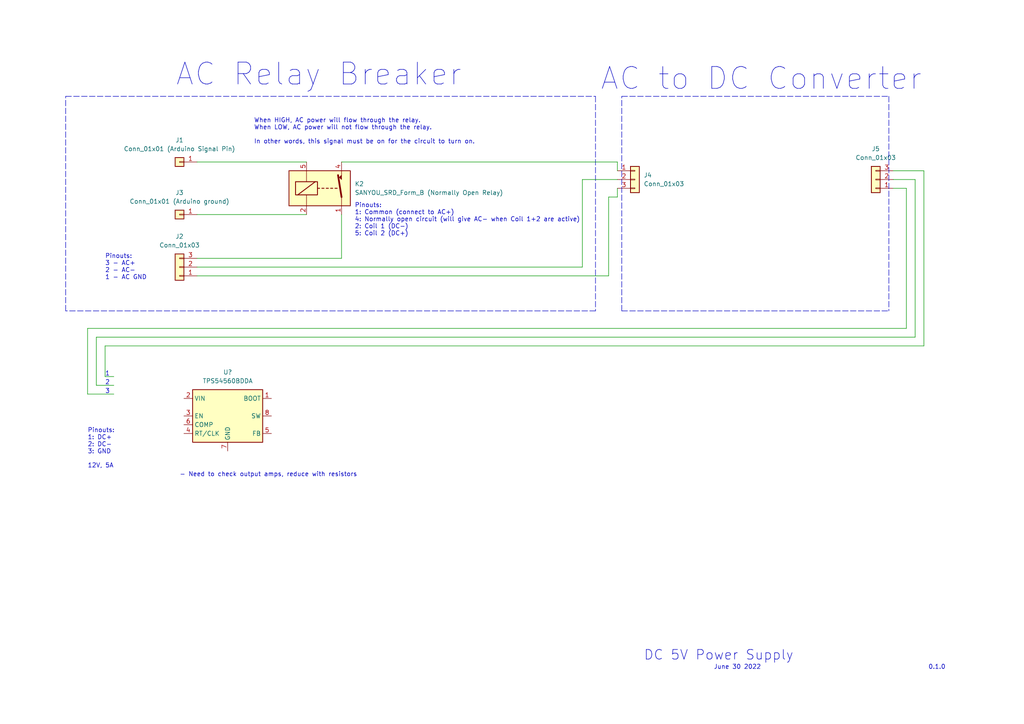
<source format=kicad_sch>
(kicad_sch (version 20211123) (generator eeschema)
  (paper "A4")
  (lib_symbols
    (symbol "Connector_Generic:Conn_01x01" (pin_names (offset 1.016) hide)
      (property "Reference" "J" (at 0 2.54 0))
      (property "Value" "Conn_01x01" (at 0 -2.54 0))
      (symbol "Conn_01x01_1_1"
        (rectangle (start -1.27 0.127) (end 0 -0.127) (stroke (width 0.1524)))
        (rectangle (start -1.27 1.27) (end 1.27 -1.27) (stroke (width 0.254)) (fill (type background)))
        (pin passive line (at -5.08 0 0) (length 3.81) (name "Pin_1") (number "1"))
      )
    )
    (symbol "Connector_Generic:Conn_01x03" (pin_names (offset 1.016) hide)
      (property "Reference" "J" (at 0 5.08 0))
      (property "Value" "Conn_01x03" (at 0 -5.08 0))
      (symbol "Conn_01x03_1_1"
        (rectangle (start -1.27 -2.413) (end 0 -2.667) (stroke (width 0.1524)))
        (rectangle (start -1.27 0.127) (end 0 -0.127) (stroke (width 0.1524)))
        (rectangle (start -1.27 2.667) (end 0 2.413) (stroke (width 0.1524)))
        (rectangle (start -1.27 3.81) (end 1.27 -3.81) (stroke (width 0.254)) (fill (type background)))
        (pin passive line (at -5.08 2.54 0) (length 3.81) (name "Pin_1") (number "1"))
        (pin passive line (at -5.08 0 0) (length 3.81) (name "Pin_2") (number "2"))
        (pin passive line (at -5.08 -2.54 0) (length 3.81) (name "Pin_3") (number "3"))
      )
    )
    (symbol "Regulator_Switching:TPS54560BDDA"
      (property "Reference" "U" (at -6.35 8.89 0))
      (property "Value" "TPS54560BDDA" (at 10.16 8.89 0))
      (symbol "TPS54560BDDA_0_1"
        (rectangle (start -10.16 7.62) (end 10.16 -7.62) (stroke (width 0.254)) (fill (type background)))
      )
      (symbol "TPS54560BDDA_1_1"
        (pin passive line (at 12.7 5.08 180) (length 2.54) (name "BOOT") (number "1"))
        (pin power_in line (at -12.7 5.08 0) (length 2.54) (name "VIN") (number "2"))
        (pin input line (at -12.7 0 0) (length 2.54) (name "EN") (number "3"))
        (pin passive line (at -12.7 -5.08 0) (length 2.54) (name "RT/CLK") (number "4"))
        (pin input line (at 12.7 -5.08 180) (length 2.54) (name "FB") (number "5"))
        (pin output line (at -12.7 -2.54 0) (length 2.54) (name "COMP") (number "6"))
        (pin power_in line (at 0 -10.16 90) (length 2.54) (name "GND") (number "7"))
        (pin power_out line (at 12.7 0 180) (length 2.54) (name "SW") (number "8"))
        (pin passive line (at 0 -10.16 90) (length 2.54) hide (name "GND") (number "9"))
      )
    )
    (symbol "Relay:SANYOU_SRD_Form_B"
      (property "Reference" "K" (at 8.89 3.81 0))
      (property "Value" "SANYOU_SRD_Form_B" (at 8.89 1.27 0))
      (symbol "SANYOU_SRD_Form_B_0_1"
        (rectangle (start -10.16 5.08) (end 7.62 -5.08) (stroke (width 0.254)) (fill (type background)))
        (rectangle (start -8.255 1.905) (end -1.905 -1.905) (stroke (width 0.254)))
        (polyline (pts (xy -7.62 -1.905) (xy -2.54 1.905)) (stroke (width 0.254)))
        (polyline (pts (xy -5.08 -5.08) (xy -5.08 -1.905)))
        (polyline (pts (xy -5.08 5.08) (xy -5.08 1.905)))
        (polyline (pts (xy -1.905 0) (xy -1.27 0)) (stroke (width 0.254)))
        (polyline (pts (xy -0.635 0) (xy 0 0)) (stroke (width 0.254)))
        (polyline (pts (xy 0.635 0) (xy 1.27 0)) (stroke (width 0.254)))
        (polyline (pts (xy 1.905 0) (xy 2.54 0)) (stroke (width 0.254)))
        (polyline (pts (xy 3.175 0) (xy 3.81 0)) (stroke (width 0.254)))
        (polyline (pts (xy 5.08 -2.54) (xy 4.064 3.81)) (stroke (width 0.508)))
        (polyline (pts (xy 5.08 -2.54) (xy 5.08 -5.08)))
        (polyline (pts (xy 5.08 3.81) (xy 4.445 3.175) (xy 5.08 2.54) (xy 5.08 5.08)) (fill (type outline)))
      )
      (symbol "SANYOU_SRD_Form_B_1_1"
        (pin passive line (at 5.08 -7.62 90) (length 2.54) (name "~") (number "1"))
        (pin passive line (at -5.08 -7.62 90) (length 2.54) (name "~") (number "2"))
        (pin passive line (at 5.08 7.62 270) (length 2.54) (name "~") (number "4"))
        (pin passive line (at -5.08 7.62 270) (length 2.54) (name "~") (number "5"))
      )
    )
  )
  (wire (pts (xy 27.94 97.79) (xy 265.43 97.79)))
  (wire (pts (xy 25.4 95.25) (xy 262.89 95.25)))
  (wire (pts (xy 30.48 109.22) (xy 33.02 109.22)))
  (polyline (pts (xy 180.34 90.17) (xy 180.34 27.94)))
  (wire (pts (xy 99.06 46.99) (xy 179.07 46.99)))
  (wire (pts (xy 259.08 49.53) (xy 267.97 49.53)))
  (wire (pts (xy 267.97 49.53) (xy 267.97 100.33)))
  (polyline (pts (xy 19.05 90.17) (xy 19.05 27.94)))
  (polyline (pts (xy 180.34 90.17) (xy 257.81 90.17)))
  (wire (pts (xy 179.07 54.61) (xy 179.07 57.15)))
  (wire (pts (xy 99.06 74.93) (xy 99.06 62.23)))
  (wire (pts (xy 168.91 77.47) (xy 168.91 52.07)))
  (wire (pts (xy 262.89 54.61) (xy 262.89 95.25)))
  (wire (pts (xy 25.4 95.25) (xy 25.4 114.3)))
  (wire (pts (xy 265.43 52.07) (xy 265.43 97.79)))
  (wire (pts (xy 168.91 52.07) (xy 179.07 52.07)))
  (wire (pts (xy 179.07 46.99) (xy 179.07 49.53)))
  (wire (pts (xy 57.15 80.01) (xy 176.53 80.01)))
  (wire (pts (xy 57.15 46.99) (xy 88.9 46.99)))
  (polyline (pts (xy 180.34 27.94) (xy 257.81 27.94)))
  (wire (pts (xy 176.53 57.15) (xy 176.53 80.01)))
  (wire (pts (xy 30.48 100.33) (xy 30.48 109.22)))
  (polyline (pts (xy 19.05 27.94) (xy 172.72 27.94)))
  (wire (pts (xy 259.08 52.07) (xy 265.43 52.07)))
  (wire (pts (xy 57.15 77.47) (xy 168.91 77.47)))
  (wire (pts (xy 27.94 111.76) (xy 33.02 111.76)))
  (wire (pts (xy 57.15 74.93) (xy 99.06 74.93)))
  (wire (pts (xy 30.48 100.33) (xy 267.97 100.33)))
  (wire (pts (xy 259.08 54.61) (xy 262.89 54.61)))
  (wire (pts (xy 176.53 57.15) (xy 179.07 57.15)))
  (polyline (pts (xy 172.72 27.94) (xy 172.72 90.17)))
  (polyline (pts (xy 257.81 27.94) (xy 257.81 90.17)))
  (polyline (pts (xy 172.72 90.17) (xy 19.05 90.17)))
  (wire (pts (xy 27.94 97.79) (xy 27.94 111.76)))
  (wire (pts (xy 57.15 62.23) (xy 88.9 62.23)))
  (wire (pts (xy 25.4 114.3) (xy 33.02 114.3)))
  (text "June 30 2022" (at 207.01 194.31 0) (effects (font (size 1.27 1.27)) (justify left bottom)))
  (text "DC 5V Power Supply\n" (at 186.69 191.77 0) (effects (font (size 2.8 2.8)) (justify left bottom)))
  (text "When HIGH, AC power will flow through the relay.\nWhen LOW, AC power will not flow through the relay.\n\nIn other words, this signal must be on for the circuit to turn on." (at 73.66 41.91 0) (effects (font (size 1.27 1.27)) (justify left bottom)))
  (text "0.1.0\n" (at 269.24 194.31 0) (effects (font (size 1.27 1.27)) (justify left bottom)))
  (text "Pinouts:\n1: Common (connect to AC+)\n4: Normally open circuit (will give AC- when Coil 1+2 are active)\n2: Coil 1 (DC-)\n5: Coil 2 (DC+)\n" (at 102.87 68.58 0) (effects (font (size 1.27 1.27)) (justify left bottom)))
  (text "2" (at 30.48 111.76 0) (effects (font (size 1.27 1.27)) (justify left bottom)))
  (text "Pinouts:\n1: DC+\n2: DC-\n3: GND\n\n12V, 5A" (at 25.4 135.89 0) (effects (font (size 1.27 1.27)) (justify left bottom)))
  (text "AC to DC Converter" (at 173.99 26.67 0) (effects (font (size 6.35 6.35)) (justify left bottom)))
  (text "1" (at 30.48 109.22 0) (effects (font (size 1.27 1.27)) (justify left bottom)))
  (text "3" (at 30.48 114.3 0) (effects (font (size 1.27 1.27)) (justify left bottom)))
  (text "AC Relay Breaker" (at 50.8 25.4 0) (effects (font (size 6.35 6.35)) (justify left bottom)))
  (text "- Need to check output amps, reduce with resistors" (at 52.07 138.43 0) (effects (font (size 1.27 1.27)) (justify left bottom)))
  (text "Pinouts:\n3 - AC+\n2 - AC-\n1 - AC GND" (at 30.48 81.28 0) (effects (font (size 1.27 1.27)) (justify left bottom)))
  (symbol (lib_id "Connector_Generic:Conn_01x01") (at 52.07 62.23 180) (unit 1)
    (property "Reference" "J3" (at 52.07 55.88 0))
    (property "Value" "Conn_01x01 (Arduino ground)" (at 52.07 58.42 0))
    (property "Footprint" "Connector_Wire:SolderWirePad_1x01_SMD_1x2mm" (effects hide))
  )
  (symbol (lib_id "Connector_Generic:Conn_01x01") (at 52.07 46.99 180) (unit 1)
    (property "Reference" "J1" (at 52.07 40.64 0))
    (property "Value" "Conn_01x01 (Arduino Signal Pin)" (at 52.07 43.18 0))
    (property "Footprint" "Connector_Wire:SolderWirePad_1x01_SMD_1x2mm" (effects hide))
  )
  (symbol (lib_id "Connector_Generic:Conn_01x03") (at 254 52.07 180) (unit 1)
    (property "Reference" "J5" (at 254 43.18 0))
    (property "Value" "Conn_01x03" (at 254 45.72 0))
    (property "Footprint" "TerminalBlock_Phoenix:TerminalBlock_Phoenix_MKDS-1,5-3_1x03_P5.00mm_Horizontal" (effects hide))
  )
  (symbol (lib_id "Relay:SANYOU_SRD_Form_B") (at 93.98 54.61 0) (unit 1)
    (property "Reference" "K2" (at 102.87 53.3399 0) (effects (justify left)))
    (property "Value" "SANYOU_SRD_Form_B (Normally Open Relay)" (at 102.87 55.8799 0) (effects (justify left)))
    (property "Footprint" "Relay_THT:Relay_SPST_SANYOU_SRD_Series_Form_B" (effects hide))
    (property "Datasheet" "http://www.sanyourelay.ca/public/products/pdf/SRD.pdf" (effects hide))
  )
  (symbol (lib_id "Connector_Generic:Conn_01x03") (at 184.15 52.07 0) (unit 1)
    (property "Reference" "J4" (at 186.69 50.7999 0) (effects (justify left)))
    (property "Value" "Conn_01x03" (at 186.69 53.3399 0) (effects (justify left)))
    (property "Footprint" "TerminalBlock_Phoenix:TerminalBlock_Phoenix_MKDS-1,5-3_1x03_P5.00mm_Horizontal" (effects hide))
  )
  (symbol (lib_id "Regulator_Switching:TPS54560BDDA") (at 66.04 120.65 0) (unit 1)
    (property "Reference" "U?" (at 66.04 107.95 0))
    (property "Value" "TPS54560BDDA" (at 66.04 110.49 0))
    (property "Footprint" "Package_SO:Texas_R-PDSO-G8_EP2.95x4.9mm_Mask2.4x3.1mm_ThermalVias" (effects hide))
    (property "Datasheet" "https://www.ti.com/lit/ds/symlink/tps54560b.pdf" (effects hide))
  )
  (symbol (lib_id "Connector_Generic:Conn_01x03") (at 52.07 77.47 180) (unit 1)
    (property "Reference" "J2" (at 52.07 68.58 0))
    (property "Value" "Conn_01x03" (at 52.07 71.12 0))
    (property "Footprint" "TerminalBlock_Phoenix:TerminalBlock_Phoenix_MKDS-1,5-3_1x03_P5.00mm_Horizontal" (effects hide))
  )
)
</source>
